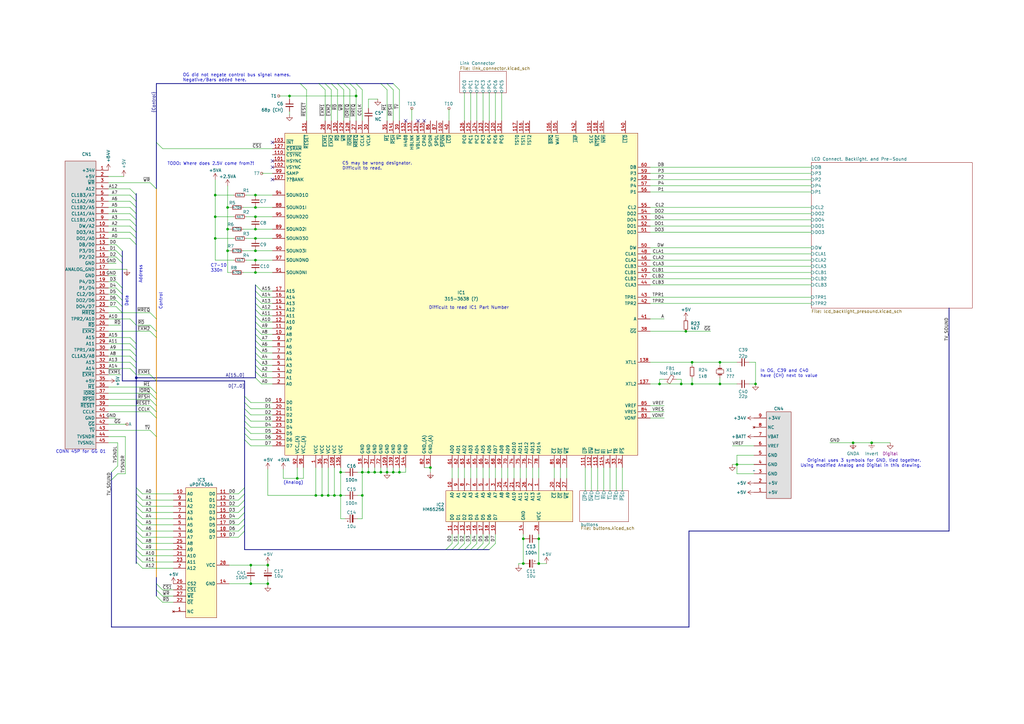
<source format=kicad_sch>
(kicad_sch (version 20230121) (generator eeschema)
  (paper "A3")
  (title_block (rev "1") (comment 1 "bald.ee/bitpreserve") (comment 2 "Drawn by James Lewis (@baldengineer)"))
  (bus_alias "Control" (members "~{RESET}" "~{EXM1}" "~{EXM2}" "~{MREQ}" "~{RFSH}" "~{WR}" "~{RD}" "~{IOREQ}" "~{M1}" "CCLK" "~{TV}" "~{CS1}"))
  (junction (at 121.92 196.215))
  (junction (at 137.16 203.2))
  (junction (at 104.775 111.76))
  (junction (at 220.98 220.98))
  (junction (at 279.4 157.48))
  (junction (at 134.62 203.2))
  (junction (at 132.08 203.2))
  (junction (at 156.21 193.675))
  (junction (at 55.88 154.94))
  (junction (at 151.13 193.675))
  (junction (at 283.845 148.59))
  (junction (at 93.345 85.09))
  (junction (at 214.63 220.98))
  (junction (at 349.885 181.61))
  (junction (at 102.87 231.775))
  (junction (at 109.855 239.395))
  (junction (at 139.7 193.675))
  (junction (at 163.83 193.675))
  (junction (at 153.67 193.675))
  (junction (at 104.775 85.09))
  (junction (at 148.59 193.675))
  (junction (at 309.88 157.48))
  (junction (at 102.87 239.395))
  (junction (at 88.265 80.01))
  (junction (at 93.345 102.87))
  (junction (at 158.75 193.675))
  (junction (at 295.275 148.59))
  (junction (at 148.59 203.2))
  (junction (at 302.26 190.5))
  (junction (at 146.05 39.37))
  (junction (at 283.845 157.48))
  (junction (at 109.855 231.775))
  (junction (at 93.345 93.98))
  (junction (at 357.505 181.61))
  (junction (at 104.775 102.87))
  (junction (at 139.7 203.2))
  (junction (at 104.775 97.79))
  (junction (at 88.265 97.79))
  (junction (at 104.775 80.01))
  (junction (at 129.54 203.2))
  (junction (at 88.265 88.9))
  (junction (at 104.775 88.9))
  (junction (at 161.29 193.675))
  (junction (at 281.305 135.89))
  (junction (at 176.53 191.77))
  (junction (at 220.98 231.14))
  (junction (at 270.51 157.48))
  (junction (at 214.63 231.14))
  (junction (at 295.275 157.48))
  (junction (at 104.775 106.68))
  (junction (at 104.775 93.98))
  (junction (at 118.745 39.37))
  (no_connect (at 173.99 49.53))
  (no_connect (at 171.45 49.53))
  (no_connect (at 111.76 66.04))
  (no_connect (at 166.37 49.53))
  (no_connect (at 111.76 68.58))
  (no_connect (at 111.76 58.42))
  (no_connect (at 111.76 73.66))
  (bus_entry (at 47.625 125.73) (size 2.54 2.54))
  (bus_entry (at 53.34 140.97) (size 2.54 2.54))
  (bus_entry (at 97.79 212.725) (size 2.54 -2.54))
  (bus_entry (at 47.625 100.33) (size 2.54 2.54))
  (bus_entry (at 64.135 239.395) (size 2.54 2.54))
  (bus_entry (at 104.775 154.94) (size 2.54 2.54))
  (bus_entry (at 53.34 148.59) (size 2.54 2.54))
  (bus_entry (at 104.775 137.16) (size 2.54 2.54))
  (bus_entry (at 104.775 127) (size 2.54 2.54))
  (bus_entry (at 104.775 149.86) (size 2.54 2.54))
  (bus_entry (at 185.42 225.425) (size 2.54 -2.54))
  (bus_entry (at 97.79 217.805) (size 2.54 -2.54))
  (bus_entry (at 55.88 225.425) (size 2.54 2.54))
  (bus_entry (at 104.775 124.46) (size 2.54 2.54))
  (bus_entry (at 158.75 34.29) (size 2.54 2.54))
  (bus_entry (at 55.88 212.725) (size 2.54 2.54))
  (bus_entry (at 55.88 222.885) (size 2.54 2.54))
  (bus_entry (at 55.88 207.645) (size 2.54 2.54))
  (bus_entry (at 55.88 220.345) (size 2.54 2.54))
  (bus_entry (at 53.34 151.13) (size 2.54 2.54))
  (bus_entry (at 53.34 77.47) (size 2.54 2.54))
  (bus_entry (at 104.775 139.7) (size 2.54 2.54))
  (bus_entry (at 53.34 90.17) (size 2.54 2.54))
  (bus_entry (at 195.58 225.425) (size 2.54 -2.54))
  (bus_entry (at 53.34 143.51) (size 2.54 2.54))
  (bus_entry (at 100.33 167.64) (size 2.54 2.54))
  (bus_entry (at 61.595 166.37) (size 2.54 2.54))
  (bus_entry (at 53.34 130.81) (size 2.54 2.54))
  (bus_entry (at 64.135 244.475) (size 2.54 2.54))
  (bus_entry (at 198.12 225.425) (size 2.54 -2.54))
  (bus_entry (at 61.595 153.67) (size 2.54 2.54))
  (bus_entry (at 161.29 34.29) (size 2.54 2.54))
  (bus_entry (at 61.595 176.53) (size 2.54 2.54))
  (bus_entry (at 47.625 120.65) (size 2.54 2.54))
  (bus_entry (at 55.88 202.565) (size 2.54 2.54))
  (bus_entry (at 123.19 34.29) (size 2.54 2.54))
  (bus_entry (at 47.625 123.19) (size 2.54 2.54))
  (bus_entry (at 100.33 170.18) (size 2.54 2.54))
  (bus_entry (at 104.775 134.62) (size 2.54 2.54))
  (bus_entry (at 190.5 225.425) (size 2.54 -2.54))
  (bus_entry (at 55.88 210.185) (size 2.54 2.54))
  (bus_entry (at 104.775 129.54) (size 2.54 2.54))
  (bus_entry (at 53.34 92.71) (size 2.54 2.54))
  (bus_entry (at 53.34 82.55) (size 2.54 2.54))
  (bus_entry (at 61.595 74.93) (size 2.54 2.54))
  (bus_entry (at 64.135 58.42) (size 2.54 2.54))
  (bus_entry (at 61.595 135.89) (size 2.54 2.54))
  (bus_entry (at 64.135 241.935) (size 2.54 2.54))
  (bus_entry (at 97.79 210.185) (size 2.54 -2.54))
  (bus_entry (at 104.775 116.84) (size 2.54 2.54))
  (bus_entry (at 53.34 85.09) (size 2.54 2.54))
  (bus_entry (at 100.33 180.34) (size 2.54 2.54))
  (bus_entry (at 104.775 132.08) (size 2.54 2.54))
  (bus_entry (at 61.595 133.35) (size 2.54 2.54))
  (bus_entry (at 104.775 147.32) (size 2.54 2.54))
  (bus_entry (at 156.21 34.29) (size 2.54 2.54))
  (bus_entry (at 61.595 168.91) (size 2.54 2.54))
  (bus_entry (at 97.79 205.105) (size 2.54 -2.54))
  (bus_entry (at 100.33 177.8) (size 2.54 2.54))
  (bus_entry (at 53.34 146.05) (size 2.54 2.54))
  (bus_entry (at 47.625 118.11) (size 2.54 2.54))
  (bus_entry (at 61.595 158.75) (size 2.54 2.54))
  (bus_entry (at 53.34 87.63) (size 2.54 2.54))
  (bus_entry (at 100.33 165.1) (size 2.54 2.54))
  (bus_entry (at 47.625 115.57) (size 2.54 2.54))
  (bus_entry (at 104.775 152.4) (size 2.54 2.54))
  (bus_entry (at 53.34 95.25) (size 2.54 2.54))
  (bus_entry (at 146.05 34.29) (size 2.54 2.54))
  (bus_entry (at 104.775 119.38) (size 2.54 2.54))
  (bus_entry (at 104.775 144.78) (size 2.54 2.54))
  (bus_entry (at 55.88 200.025) (size 2.54 2.54))
  (bus_entry (at 100.33 175.26) (size 2.54 2.54))
  (bus_entry (at 133.35 34.29) (size 2.54 2.54))
  (bus_entry (at 100.33 162.56) (size 2.54 2.54))
  (bus_entry (at 55.88 230.505) (size 2.54 2.54))
  (bus_entry (at 61.595 161.29) (size 2.54 2.54))
  (bus_entry (at 143.51 34.29) (size 2.54 2.54))
  (bus_entry (at 104.775 121.92) (size 2.54 2.54))
  (bus_entry (at 187.96 225.425) (size 2.54 -2.54))
  (bus_entry (at 104.775 142.24) (size 2.54 2.54))
  (bus_entry (at 200.66 225.425) (size 2.54 -2.54))
  (bus_entry (at 55.88 227.965) (size 2.54 2.54))
  (bus_entry (at 55.88 205.105) (size 2.54 2.54))
  (bus_entry (at 100.33 205.105) (size -2.54 2.54))
  (bus_entry (at 97.79 215.265) (size 2.54 -2.54))
  (bus_entry (at 53.34 80.01) (size 2.54 2.54))
  (bus_entry (at 97.79 220.345) (size 2.54 -2.54))
  (bus_entry (at 140.97 34.29) (size 2.54 2.54))
  (bus_entry (at 55.88 217.805) (size 2.54 2.54))
  (bus_entry (at 47.625 105.41) (size 2.54 2.54))
  (bus_entry (at 100.33 172.72) (size 2.54 2.54))
  (bus_entry (at 55.88 215.265) (size 2.54 2.54))
  (bus_entry (at 182.88 225.425) (size 2.54 -2.54))
  (bus_entry (at 97.79 202.565) (size 2.54 -2.54))
  (bus_entry (at 47.625 102.87) (size 2.54 2.54))
  (bus_entry (at 138.43 34.29) (size 2.54 2.54))
  (bus_entry (at 130.81 34.29) (size 2.54 2.54))
  (bus_entry (at 48.26 194.31) (size -2.54 2.54))
  (bus_entry (at 61.595 128.27) (size 2.54 2.54))
  (bus_entry (at 61.595 163.83) (size 2.54 2.54))
  (bus_entry (at 193.04 225.425) (size 2.54 -2.54))
  (bus_entry (at 135.89 34.29) (size 2.54 2.54))
  (bus_entry (at 48.26 191.135) (size -2.54 2.54))
  (bus_entry (at 53.34 97.79) (size 2.54 2.54))
  (bus_entry (at 53.34 138.43) (size 2.54 2.54))
  (bus (pts (xy 104.775 147.32) (xy 104.775 144.78)))
  (bus (pts (xy 55.88 220.345) (xy 55.88 222.885)))
  (bus (pts (xy 64.135 156.21) (xy 64.135 161.29)) (stroke (width 0) (color 221 133 0 1)))
  (bus (pts (xy 64.135 77.47) (xy 64.135 130.81)) (stroke (width 0) (color 221 133 0 1)))
  (wire (pts (xy 156.21 193.675) (xy 158.75 193.675)))
  (wire (pts (xy 309.245 182.88) (xy 300.355 182.88)))
  (wire (pts (xy 295.275 148.59) (xy 295.275 149.86)))
  (wire (pts (xy 137.16 191.77) (xy 137.16 203.2)))
  (wire (pts (xy 93.345 93.98) (xy 93.345 102.87)))
  (wire (pts (xy 247.65 191.77) (xy 247.65 201.295)))
  (wire (pts (xy 58.42 205.105) (xy 71.12 205.105)))
  (wire (pts (xy 104.775 85.09) (xy 111.76 85.09)))
  (bus (pts (xy 55.88 140.97) (xy 55.88 143.51)))
  (bus (pts (xy 282.575 217.805) (xy 389.255 217.805)))
  (wire (pts (xy 44.45 173.99) (xy 52.07 173.99)))
  (wire (pts (xy 266.7 135.89) (xy 281.305 135.89)))
  (wire (pts (xy 218.44 191.77) (xy 218.44 196.215)))
  (wire (pts (xy 93.345 93.98) (xy 94.615 93.98)))
  (wire (pts (xy 158.75 193.675) (xy 161.29 193.675)))
  (wire (pts (xy 139.7 212.725) (xy 139.7 203.2)))
  (wire (pts (xy 44.45 77.47) (xy 53.34 77.47)))
  (wire (pts (xy 88.265 97.79) (xy 88.265 88.9)))
  (wire (pts (xy 44.45 138.43) (xy 53.34 138.43)))
  (wire (pts (xy 102.87 180.34) (xy 111.76 180.34)))
  (bus (pts (xy 50.165 118.11) (xy 50.165 120.65)))
  (wire (pts (xy 146.685 212.725) (xy 148.59 212.725)))
  (wire (pts (xy 266.7 157.48) (xy 270.51 157.48)))
  (wire (pts (xy 44.45 80.01) (xy 53.34 80.01)))
  (wire (pts (xy 266.7 87.63) (xy 332.74 87.63)))
  (wire (pts (xy 109.855 231.775) (xy 109.855 231.14)))
  (wire (pts (xy 107.315 149.86) (xy 111.76 149.86)))
  (wire (pts (xy 139.7 191.77) (xy 139.7 193.675)))
  (wire (pts (xy 161.29 36.83) (xy 161.29 49.53)))
  (wire (pts (xy 107.315 71.12) (xy 111.76 71.12)))
  (bus (pts (xy 55.88 146.05) (xy 55.88 148.59)))
  (wire (pts (xy 302.26 190.5) (xy 302.26 194.31)))
  (wire (pts (xy 151.13 44.45) (xy 151.13 40.64)))
  (bus (pts (xy 55.88 92.71) (xy 55.88 95.25)))
  (bus (pts (xy 64.135 135.89) (xy 64.135 138.43)) (stroke (width 0) (color 221 133 0 1)))
  (wire (pts (xy 139.7 203.2) (xy 141.605 203.2)))
  (bus (pts (xy 55.88 215.265) (xy 55.88 217.805)))
  (wire (pts (xy 104.775 102.87) (xy 111.76 102.87)))
  (wire (pts (xy 44.45 120.65) (xy 47.625 120.65)))
  (bus (pts (xy 100.33 225.425) (xy 182.88 225.425)))
  (wire (pts (xy 44.45 82.55) (xy 53.34 82.55)))
  (wire (pts (xy 148.59 212.725) (xy 148.59 203.2)))
  (wire (pts (xy 220.98 231.14) (xy 224.155 231.14)))
  (wire (pts (xy 44.45 72.39) (xy 50.8 72.39)))
  (bus (pts (xy 55.88 212.725) (xy 55.88 215.265)))
  (wire (pts (xy 93.98 239.395) (xy 102.87 239.395)))
  (wire (pts (xy 100.965 88.9) (xy 104.775 88.9)))
  (wire (pts (xy 295.275 157.48) (xy 302.26 157.48)))
  (bus (pts (xy 55.88 80.01) (xy 55.88 82.55)))
  (wire (pts (xy 107.315 147.32) (xy 111.76 147.32)))
  (wire (pts (xy 279.4 157.48) (xy 283.845 157.48)))
  (bus (pts (xy 55.88 227.965) (xy 55.88 230.505)))
  (bus (pts (xy 55.88 133.35) (xy 55.88 140.97)))
  (wire (pts (xy 58.42 207.645) (xy 71.12 207.645)))
  (wire (pts (xy 58.42 227.965) (xy 71.12 227.965)))
  (bus (pts (xy 104.775 132.08) (xy 104.775 129.54)))
  (wire (pts (xy 93.98 215.265) (xy 97.79 215.265)))
  (wire (pts (xy 58.42 233.045) (xy 71.12 233.045)))
  (wire (pts (xy 203.2 38.1) (xy 203.2 49.53)))
  (wire (pts (xy 307.34 148.59) (xy 309.88 148.59)))
  (bus (pts (xy 100.33 210.185) (xy 100.33 212.725)))
  (wire (pts (xy 93.345 85.09) (xy 94.615 85.09)))
  (wire (pts (xy 58.42 212.725) (xy 71.12 212.725)))
  (wire (pts (xy 88.265 80.01) (xy 88.265 73.66)))
  (bus (pts (xy 104.775 139.7) (xy 104.775 137.16)))
  (bus (pts (xy 64.135 130.81) (xy 64.135 135.89)) (stroke (width 0) (color 221 133 0 1)))
  (wire (pts (xy 266.7 101.6) (xy 332.74 101.6)))
  (bus (pts (xy 50.165 102.87) (xy 50.165 105.41)))
  (bus (pts (xy 50.165 156.21) (xy 64.135 156.21)))
  (wire (pts (xy 44.45 146.05) (xy 53.34 146.05)))
  (bus (pts (xy 104.775 149.86) (xy 104.775 147.32)))
  (bus (pts (xy 64.135 236.855) (xy 64.135 239.395)))
  (wire (pts (xy 107.315 144.78) (xy 111.76 144.78)))
  (wire (pts (xy 104.775 106.68) (xy 111.76 106.68)))
  (wire (pts (xy 200.66 191.77) (xy 200.66 196.215)))
  (wire (pts (xy 214.63 220.98) (xy 214.63 231.14)))
  (wire (pts (xy 210.82 191.77) (xy 210.82 196.215)))
  (bus (pts (xy 64.135 166.37) (xy 64.135 168.91)) (stroke (width 0) (color 221 133 0 1)))
  (wire (pts (xy 214.63 219.075) (xy 214.63 220.98)))
  (wire (pts (xy 100.965 106.68) (xy 104.775 106.68)))
  (wire (pts (xy 148.59 193.675) (xy 148.59 203.2)))
  (bus (pts (xy 100.33 175.26) (xy 100.33 172.72)))
  (bus (pts (xy 104.775 144.78) (xy 104.775 142.24)))
  (wire (pts (xy 141.605 212.725) (xy 139.7 212.725)))
  (bus (pts (xy 55.88 154.94) (xy 55.88 200.025)))
  (bus (pts (xy 55.88 200.025) (xy 55.88 202.565)))
  (wire (pts (xy 195.58 38.1) (xy 195.58 49.53)))
  (wire (pts (xy 93.98 202.565) (xy 97.79 202.565)))
  (wire (pts (xy 139.7 193.675) (xy 139.7 203.2)))
  (bus (pts (xy 140.97 34.29) (xy 143.51 34.29)))
  (bus (pts (xy 182.88 225.425) (xy 185.42 225.425)))
  (wire (pts (xy 139.7 203.2) (xy 137.16 203.2)))
  (wire (pts (xy 44.45 153.67) (xy 49.53 153.67)))
  (wire (pts (xy 156.21 191.77) (xy 156.21 193.675)))
  (wire (pts (xy 134.62 191.77) (xy 134.62 203.2)))
  (wire (pts (xy 58.42 215.265) (xy 71.12 215.265)))
  (wire (pts (xy 148.59 36.83) (xy 148.59 49.53)))
  (wire (pts (xy 229.87 191.77) (xy 229.87 196.215)))
  (wire (pts (xy 93.98 210.185) (xy 97.79 210.185)))
  (bus (pts (xy 104.775 154.94) (xy 104.775 152.4)))
  (wire (pts (xy 44.45 130.81) (xy 53.34 130.81)))
  (wire (pts (xy 93.98 207.645) (xy 97.79 207.645)))
  (wire (pts (xy 242.57 191.77) (xy 242.57 201.295)))
  (wire (pts (xy 245.11 191.77) (xy 245.11 201.295)))
  (wire (pts (xy 99.695 93.98) (xy 104.775 93.98)))
  (wire (pts (xy 148.59 203.2) (xy 146.685 203.2)))
  (wire (pts (xy 44.45 102.87) (xy 47.625 102.87)))
  (wire (pts (xy 138.43 36.83) (xy 138.43 49.53)))
  (wire (pts (xy 118.745 39.37) (xy 146.05 39.37)))
  (wire (pts (xy 213.36 191.77) (xy 213.36 196.215)))
  (wire (pts (xy 107.315 132.08) (xy 111.76 132.08)))
  (wire (pts (xy 88.265 88.9) (xy 88.265 80.01)))
  (wire (pts (xy 44.45 161.29) (xy 61.595 161.29)))
  (wire (pts (xy 93.345 111.76) (xy 94.615 111.76)))
  (wire (pts (xy 309.245 190.5) (xy 302.26 190.5)))
  (wire (pts (xy 195.58 219.075) (xy 195.58 222.885)))
  (wire (pts (xy 93.98 220.345) (xy 97.79 220.345)))
  (bus (pts (xy 143.51 34.29) (xy 146.05 34.29)))
  (wire (pts (xy 99.695 111.76) (xy 104.775 111.76)))
  (bus (pts (xy 104.775 119.38) (xy 104.775 116.84)))
  (wire (pts (xy 44.45 90.17) (xy 53.34 90.17)))
  (wire (pts (xy 107.315 139.7) (xy 111.76 139.7)))
  (wire (pts (xy 190.5 191.77) (xy 190.5 196.215)))
  (wire (pts (xy 56.515 133.35) (xy 61.595 133.35)))
  (wire (pts (xy 153.67 193.675) (xy 156.21 193.675)))
  (wire (pts (xy 161.29 193.675) (xy 163.83 193.675)))
  (wire (pts (xy 266.7 78.74) (xy 332.74 78.74)))
  (bus (pts (xy 146.05 34.29) (xy 156.21 34.29)))
  (wire (pts (xy 133.35 36.83) (xy 133.35 49.53)))
  (wire (pts (xy 104.775 97.79) (xy 111.76 97.79)))
  (wire (pts (xy 190.5 219.075) (xy 190.5 222.885)))
  (wire (pts (xy 270.51 155.575) (xy 270.51 157.48)))
  (wire (pts (xy 184.15 44.45) (xy 184.15 49.53)))
  (wire (pts (xy 44.45 151.13) (xy 53.34 151.13)))
  (wire (pts (xy 93.98 217.805) (xy 97.79 217.805)))
  (wire (pts (xy 220.98 191.77) (xy 220.98 196.215)))
  (wire (pts (xy 266.7 171.45) (xy 272.415 171.45)))
  (wire (pts (xy 107.315 119.38) (xy 111.76 119.38)))
  (wire (pts (xy 66.675 244.475) (xy 71.12 244.475)))
  (wire (pts (xy 146.685 193.675) (xy 148.59 193.675)))
  (wire (pts (xy 93.98 231.775) (xy 102.87 231.775)))
  (wire (pts (xy 132.08 203.2) (xy 129.54 203.2)))
  (bus (pts (xy 100.33 215.265) (xy 100.33 217.805)))
  (wire (pts (xy 93.345 76.2) (xy 93.345 85.09)))
  (wire (pts (xy 250.19 191.77) (xy 250.19 201.295)))
  (wire (pts (xy 121.92 191.77) (xy 121.92 196.215)))
  (wire (pts (xy 44.45 148.59) (xy 53.34 148.59)))
  (wire (pts (xy 198.12 38.1) (xy 198.12 49.53)))
  (wire (pts (xy 44.45 176.53) (xy 61.595 176.53)))
  (wire (pts (xy 283.845 154.94) (xy 283.845 157.48)))
  (wire (pts (xy 44.45 113.03) (xy 47.625 113.03)))
  (wire (pts (xy 44.45 105.41) (xy 47.625 105.41)))
  (wire (pts (xy 266.7 148.59) (xy 283.845 148.59)))
  (wire (pts (xy 44.45 118.11) (xy 47.625 118.11)))
  (wire (pts (xy 100.965 97.79) (xy 104.775 97.79)))
  (wire (pts (xy 88.265 88.9) (xy 95.885 88.9)))
  (wire (pts (xy 140.97 36.83) (xy 140.97 49.53)))
  (wire (pts (xy 193.04 191.77) (xy 193.04 196.215)))
  (wire (pts (xy 266.7 85.09) (xy 332.74 85.09)))
  (wire (pts (xy 102.87 231.775) (xy 109.855 231.775)))
  (bus (pts (xy 100.33 172.72) (xy 100.33 170.18)))
  (wire (pts (xy 102.87 231.775) (xy 102.87 233.045)))
  (bus (pts (xy 100.33 170.18) (xy 100.33 167.64)))
  (wire (pts (xy 295.275 154.94) (xy 295.275 157.48)))
  (wire (pts (xy 266.7 166.37) (xy 272.415 166.37)))
  (wire (pts (xy 44.45 163.83) (xy 61.595 163.83)))
  (bus (pts (xy 100.33 162.56) (xy 100.33 165.1)))
  (wire (pts (xy 295.275 148.59) (xy 302.26 148.59)))
  (bus (pts (xy 389.255 126.365) (xy 389.255 217.805)))
  (bus (pts (xy 50.165 107.95) (xy 50.165 118.11)))
  (wire (pts (xy 255.27 191.77) (xy 255.27 201.295)))
  (wire (pts (xy 44.45 171.45) (xy 47.625 171.45)))
  (wire (pts (xy 185.42 219.075) (xy 185.42 222.885)))
  (wire (pts (xy 349.885 181.61) (xy 357.505 181.61)))
  (bus (pts (xy 55.88 230.505) (xy 55.88 231.14)))
  (wire (pts (xy 227.33 191.77) (xy 227.33 196.215)))
  (bus (pts (xy 100.33 180.34) (xy 100.33 200.025)))
  (bus (pts (xy 104.775 134.62) (xy 104.775 132.08)))
  (wire (pts (xy 50.165 128.27) (xy 61.595 128.27)))
  (wire (pts (xy 198.12 191.77) (xy 198.12 196.215)))
  (wire (pts (xy 116.205 192.405) (xy 116.205 196.215)))
  (wire (pts (xy 129.54 191.77) (xy 129.54 203.2)))
  (bus (pts (xy 55.88 97.79) (xy 55.88 100.33)))
  (wire (pts (xy 107.315 142.24) (xy 111.76 142.24)))
  (wire (pts (xy 104.775 80.01) (xy 111.76 80.01)))
  (wire (pts (xy 107.315 127) (xy 111.76 127)))
  (bus (pts (xy 100.33 180.34) (xy 100.33 177.8)))
  (wire (pts (xy 44.45 168.91) (xy 61.595 168.91)))
  (wire (pts (xy 266.7 73.66) (xy 332.74 73.66)))
  (wire (pts (xy 44.45 100.33) (xy 47.625 100.33)))
  (wire (pts (xy 272.415 155.575) (xy 270.51 155.575)))
  (wire (pts (xy 66.675 247.015) (xy 71.12 247.015)))
  (bus (pts (xy 193.04 225.425) (xy 195.58 225.425)))
  (wire (pts (xy 148.59 191.77) (xy 148.59 193.675)))
  (bus (pts (xy 64.135 239.395) (xy 64.135 241.935)))
  (wire (pts (xy 266.7 124.46) (xy 332.74 124.46)))
  (wire (pts (xy 44.45 135.89) (xy 61.595 135.89)))
  (wire (pts (xy 102.87 170.18) (xy 111.76 170.18)))
  (wire (pts (xy 109.855 231.775) (xy 109.855 233.045)))
  (wire (pts (xy 302.26 186.69) (xy 302.26 190.5)))
  (bus (pts (xy 104.775 137.16) (xy 104.775 134.62)))
  (wire (pts (xy 44.45 143.51) (xy 53.34 143.51)))
  (wire (pts (xy 158.75 36.83) (xy 158.75 49.53)))
  (wire (pts (xy 266.7 168.91) (xy 272.415 168.91)))
  (wire (pts (xy 240.03 191.77) (xy 240.03 201.295)))
  (wire (pts (xy 44.45 95.25) (xy 53.34 95.25)))
  (bus (pts (xy 55.88 90.17) (xy 55.88 92.71)))
  (wire (pts (xy 214.63 220.98) (xy 215.265 220.98)))
  (wire (pts (xy 66.675 241.935) (xy 71.12 241.935)))
  (wire (pts (xy 266.7 95.25) (xy 332.74 95.25)))
  (bus (pts (xy 104.775 152.4) (xy 104.775 149.86)))
  (wire (pts (xy 151.13 191.77) (xy 151.13 193.675)))
  (wire (pts (xy 58.42 217.805) (xy 71.12 217.805)))
  (bus (pts (xy 64.135 156.21) (xy 100.33 156.21)))
  (bus (pts (xy 130.81 34.29) (xy 133.35 34.29)))
  (wire (pts (xy 283.845 148.59) (xy 283.845 149.86)))
  (wire (pts (xy 109.855 192.405) (xy 109.855 203.2)))
  (wire (pts (xy 93.345 85.09) (xy 93.345 93.98)))
  (wire (pts (xy 44.45 125.73) (xy 47.625 125.73)))
  (wire (pts (xy 266.7 104.14) (xy 332.74 104.14)))
  (wire (pts (xy 266.7 109.22) (xy 332.74 109.22)))
  (wire (pts (xy 146.05 36.83) (xy 146.05 39.37)))
  (wire (pts (xy 44.45 97.79) (xy 53.34 97.79)))
  (wire (pts (xy 173.99 191.77) (xy 176.53 191.77)))
  (wire (pts (xy 107.315 121.92) (xy 111.76 121.92)))
  (bus (pts (xy 64.135 34.29) (xy 123.19 34.29)))
  (wire (pts (xy 44.45 140.97) (xy 53.34 140.97)))
  (wire (pts (xy 121.92 196.215) (xy 116.205 196.215)))
  (bus (pts (xy 64.135 58.42) (xy 64.135 77.47)))
  (bus (pts (xy 55.88 154.94) (xy 104.775 154.94)))
  (wire (pts (xy 102.87 238.125) (xy 102.87 239.395)))
  (wire (pts (xy 124.46 196.215) (xy 121.92 196.215)))
  (bus (pts (xy 282.575 257.175) (xy 282.575 217.805)))
  (bus (pts (xy 190.5 225.425) (xy 193.04 225.425)))
  (wire (pts (xy 44.45 92.71) (xy 53.34 92.71)))
  (wire (pts (xy 302.26 190.5) (xy 300.355 190.5)))
  (wire (pts (xy 107.315 152.4) (xy 111.76 152.4)))
  (wire (pts (xy 88.265 106.68) (xy 95.885 106.68)))
  (wire (pts (xy 146.05 39.37) (xy 146.05 49.53)))
  (wire (pts (xy 44.45 166.37) (xy 61.595 166.37)))
  (bus (pts (xy 198.12 225.425) (xy 200.66 225.425)))
  (wire (pts (xy 205.74 191.77) (xy 205.74 196.215)))
  (wire (pts (xy 118.745 39.37) (xy 118.745 40.64)))
  (bus (pts (xy 104.775 142.24) (xy 104.775 139.7)))
  (bus (pts (xy 55.88 82.55) (xy 55.88 85.09)))
  (wire (pts (xy 220.98 220.98) (xy 220.98 231.14)))
  (wire (pts (xy 187.96 191.77) (xy 187.96 196.215)))
  (wire (pts (xy 104.775 111.76) (xy 111.76 111.76)))
  (wire (pts (xy 163.83 191.77) (xy 163.83 193.675)))
  (bus (pts (xy 55.88 222.885) (xy 55.88 225.425)))
  (wire (pts (xy 309.88 148.59) (xy 309.88 157.48)))
  (bus (pts (xy 55.88 153.67) (xy 55.88 154.94)))
  (wire (pts (xy 104.775 93.98) (xy 111.76 93.98)))
  (wire (pts (xy 102.87 177.8) (xy 111.76 177.8)))
  (bus (pts (xy 64.135 168.91) (xy 64.135 171.45)) (stroke (width 0) (color 221 133 0 1)))
  (wire (pts (xy 195.58 191.77) (xy 195.58 196.215)))
  (wire (pts (xy 153.67 191.77) (xy 153.67 193.675)))
  (bus (pts (xy 133.35 34.29) (xy 135.89 34.29)))
  (wire (pts (xy 93.345 102.87) (xy 93.345 111.76)))
  (wire (pts (xy 114.3 39.37) (xy 118.745 39.37)))
  (wire (pts (xy 266.7 71.12) (xy 332.74 71.12)))
  (bus (pts (xy 55.88 85.09) (xy 55.88 87.63)))
  (wire (pts (xy 134.62 203.2) (xy 137.16 203.2)))
  (bus (pts (xy 55.88 202.565) (xy 55.88 205.105)))
  (wire (pts (xy 58.42 210.185) (xy 71.12 210.185)))
  (wire (pts (xy 220.345 220.98) (xy 220.98 220.98)))
  (wire (pts (xy 107.315 154.94) (xy 111.76 154.94)))
  (wire (pts (xy 143.51 36.83) (xy 143.51 49.53)))
  (wire (pts (xy 357.505 181.61) (xy 365.125 181.61)))
  (bus (pts (xy 64.135 161.29) (xy 64.135 163.83)) (stroke (width 0) (color 221 133 0 1)))
  (wire (pts (xy 102.87 172.72) (xy 111.76 172.72)))
  (wire (pts (xy 44.45 115.57) (xy 47.625 115.57)))
  (wire (pts (xy 309.245 186.69) (xy 302.26 186.69)))
  (wire (pts (xy 44.45 110.49) (xy 52.07 110.49)))
  (wire (pts (xy 283.845 157.48) (xy 295.275 157.48)))
  (bus (pts (xy 100.33 212.725) (xy 100.33 215.265)))
  (wire (pts (xy 88.265 80.01) (xy 95.885 80.01)))
  (bus (pts (xy 123.19 34.29) (xy 130.81 34.29)))
  (wire (pts (xy 266.7 111.76) (xy 332.74 111.76)))
  (wire (pts (xy 107.315 137.16) (xy 111.76 137.16)))
  (wire (pts (xy 232.41 191.77) (xy 232.41 196.215)))
  (bus (pts (xy 185.42 225.425) (xy 187.96 225.425)))
  (wire (pts (xy 58.42 225.425) (xy 71.12 225.425)))
  (wire (pts (xy 203.2 191.77) (xy 203.2 196.215)))
  (wire (pts (xy 340.36 181.61) (xy 349.885 181.61)))
  (wire (pts (xy 302.26 194.31) (xy 309.245 194.31)))
  (wire (pts (xy 220.98 231.14) (xy 220.345 231.14)))
  (wire (pts (xy 200.66 219.075) (xy 200.66 222.885)))
  (bus (pts (xy 55.88 79.375) (xy 55.88 80.01)))
  (wire (pts (xy 270.51 157.48) (xy 279.4 157.48)))
  (wire (pts (xy 266.7 90.17) (xy 332.74 90.17)))
  (wire (pts (xy 266.7 116.84) (xy 332.74 116.84)))
  (wire (pts (xy 200.66 38.1) (xy 200.66 49.53)))
  (wire (pts (xy 99.695 102.87) (xy 104.775 102.87)))
  (wire (pts (xy 193.04 219.075) (xy 193.04 222.885)))
  (wire (pts (xy 139.7 193.675) (xy 141.605 193.675)))
  (bus (pts (xy 45.72 257.175) (xy 282.575 257.175)))
  (wire (pts (xy 132.08 203.2) (xy 134.62 203.2)))
  (bus (pts (xy 64.135 163.83) (xy 64.135 166.37)) (stroke (width 0) (color 221 133 0 1)))
  (wire (pts (xy 129.54 203.2) (xy 109.855 203.2)))
  (wire (pts (xy 148.59 193.675) (xy 151.13 193.675)))
  (bus (pts (xy 100.33 205.105) (xy 100.33 207.645)))
  (wire (pts (xy 107.315 134.62) (xy 111.76 134.62)))
  (wire (pts (xy 107.315 157.48) (xy 111.76 157.48)))
  (bus (pts (xy 55.88 87.63) (xy 55.88 90.17)))
  (bus (pts (xy 104.775 127) (xy 104.775 124.46)))
  (wire (pts (xy 118.745 45.72) (xy 118.745 46.99)))
  (bus (pts (xy 187.96 225.425) (xy 190.5 225.425)))
  (wire (pts (xy 214.63 231.14) (xy 215.265 231.14)))
  (wire (pts (xy 58.42 202.565) (xy 71.12 202.565)))
  (bus (pts (xy 100.33 202.565) (xy 100.33 205.105)))
  (bus (pts (xy 64.135 241.935) (xy 64.135 244.475)))
  (bus (pts (xy 50.165 123.19) (xy 50.165 125.73)))
  (wire (pts (xy 132.08 191.77) (xy 132.08 203.2)))
  (wire (pts (xy 44.45 179.07) (xy 51.435 179.07)))
  (wire (pts (xy 252.73 191.77) (xy 252.73 201.295)))
  (wire (pts (xy 44.45 85.09) (xy 53.34 85.09)))
  (wire (pts (xy 100.965 80.01) (xy 104.775 80.01)))
  (wire (pts (xy 58.42 230.505) (xy 71.12 230.505)))
  (bus (pts (xy 100.33 177.8) (xy 100.33 175.26)))
  (wire (pts (xy 266.7 130.81) (xy 272.415 130.81)))
  (wire (pts (xy 44.45 128.27) (xy 50.165 128.27)))
  (bus (pts (xy 138.43 34.29) (xy 140.97 34.29)))
  (bus (pts (xy 64.135 34.29) (xy 64.135 58.42)))
  (wire (pts (xy 168.91 44.45) (xy 168.91 49.53)))
  (wire (pts (xy 158.75 191.77) (xy 158.75 193.675)))
  (wire (pts (xy 266.7 106.68) (xy 332.74 106.68)))
  (wire (pts (xy 48.26 181.61) (xy 48.26 191.135)))
  (wire (pts (xy 205.74 38.1) (xy 205.74 49.53)))
  (wire (pts (xy 135.89 36.83) (xy 135.89 49.53)))
  (wire (pts (xy 151.13 193.675) (xy 153.67 193.675)))
  (wire (pts (xy 266.7 121.92) (xy 332.74 121.92)))
  (bus (pts (xy 55.88 100.33) (xy 55.88 133.35)))
  (wire (pts (xy 281.305 135.89) (xy 291.465 135.89)))
  (wire (pts (xy 102.87 165.1) (xy 111.76 165.1)))
  (bus (pts (xy 55.88 143.51) (xy 55.88 146.05)))
  (wire (pts (xy 190.5 38.1) (xy 190.5 49.53)))
  (bus (pts (xy 55.88 148.59) (xy 55.88 151.13)))
  (wire (pts (xy 93.98 212.725) (xy 97.79 212.725)))
  (wire (pts (xy 266.7 68.58) (xy 332.74 68.58)))
  (wire (pts (xy 279.4 155.575) (xy 279.4 157.48)))
  (wire (pts (xy 102.87 239.395) (xy 109.855 239.395)))
  (wire (pts (xy 104.775 88.9) (xy 111.76 88.9)))
  (bus (pts (xy 45.72 193.675) (xy 45.72 196.85)))
  (wire (pts (xy 107.315 124.46) (xy 111.76 124.46)))
  (wire (pts (xy 212.725 231.14) (xy 214.63 231.14)))
  (wire (pts (xy 48.26 194.31) (xy 51.435 194.31)))
  (wire (pts (xy 88.265 106.68) (xy 88.265 97.79)))
  (bus (pts (xy 55.88 151.13) (xy 55.88 153.67)))
  (wire (pts (xy 163.83 36.83) (xy 163.83 49.53)))
  (wire (pts (xy 107.315 129.54) (xy 111.76 129.54)))
  (wire (pts (xy 266.7 76.2) (xy 332.74 76.2)))
  (wire (pts (xy 176.53 191.77) (xy 176.53 193.675)))
  (bus (pts (xy 100.33 207.645) (xy 100.33 210.185)))
  (wire (pts (xy 102.87 167.64) (xy 111.76 167.64)))
  (bus (pts (xy 50.165 128.27) (xy 50.165 156.21)))
  (wire (pts (xy 212.725 231.775) (xy 212.725 231.14)))
  (wire (pts (xy 56.515 153.67) (xy 61.595 153.67)))
  (wire (pts (xy 220.98 219.075) (xy 220.98 220.98)))
  (wire (pts (xy 58.42 220.345) (xy 71.12 220.345)))
  (bus (pts (xy 55.88 210.185) (xy 55.88 212.725)))
  (wire (pts (xy 109.855 238.125) (xy 109.855 239.395)))
  (bus (pts (xy 50.165 120.65) (xy 50.165 123.19)))
  (bus (pts (xy 55.88 217.805) (xy 55.88 220.345)))
  (wire (pts (xy 161.29 191.77) (xy 161.29 193.675)))
  (wire (pts (xy 44.45 123.19) (xy 47.625 123.19)))
  (bus (pts (xy 100.33 167.64) (xy 100.33 165.1)))
  (wire (pts (xy 193.04 38.1) (xy 193.04 49.53)))
  (bus (pts (xy 50.165 125.73) (xy 50.165 128.27)))
  (wire (pts (xy 51.435 179.07) (xy 51.435 194.31)))
  (wire (pts (xy 266.7 92.71) (xy 332.74 92.71)))
  (wire (pts (xy 44.45 158.75) (xy 61.595 158.75)))
  (wire (pts (xy 208.28 191.77) (xy 208.28 196.215)))
  (bus (pts (xy 64.135 138.43) (xy 64.135 156.21)) (stroke (width 0) (color 221 133 0 1)))
  (wire (pts (xy 109.855 239.395) (xy 109.855 240.03)))
  (wire (pts (xy 102.87 175.26) (xy 111.76 175.26)))
  (wire (pts (xy 283.845 148.59) (xy 295.275 148.59)))
  (bus (pts (xy 195.58 225.425) (xy 198.12 225.425)))
  (bus (pts (xy 104.775 129.54) (xy 104.775 127)))
  (bus (pts (xy 50.165 105.41) (xy 50.165 107.95)))
  (wire (pts (xy 44.45 74.93) (xy 61.595 74.93)))
  (bus (pts (xy 135.89 34.29) (xy 138.43 34.29)))
  (wire (pts (xy 125.73 36.83) (xy 125.73 49.53)))
  (wire (pts (xy 266.7 114.3) (xy 332.74 114.3)))
  (bus (pts (xy 100.33 200.025) (xy 100.33 202.565)))
  (bus (pts (xy 104.775 121.92) (xy 104.775 119.38)))
  (wire (pts (xy 88.265 97.79) (xy 95.885 97.79)))
  (wire (pts (xy 58.42 222.885) (xy 71.12 222.885)))
  (bus (pts (xy 55.88 207.645) (xy 55.88 210.185)))
  (bus (pts (xy 64.135 171.45) (xy 64.135 179.07)) (stroke (width 0) (color 221 133 0 1)))
  (wire (pts (xy 151.13 40.64) (xy 154.94 40.64)))
  (bus (pts (xy 45.72 196.85) (xy 45.72 257.175)))
  (wire (pts (xy 198.12 219.075) (xy 198.12 222.885)))
  (wire (pts (xy 124.46 191.77) (xy 124.46 196.215)))
  (wire (pts (xy 309.88 157.48) (xy 307.34 157.48)))
  (wire (pts (xy 215.9 191.77) (xy 215.9 196.215)))
  (wire (pts (xy 203.2 219.075) (xy 203.2 222.885)))
  (wire (pts (xy 44.45 181.61) (xy 48.26 181.61)))
  (bus (pts (xy 64.135 179.07) (xy 64.135 236.855)) (stroke (width 0) (color 221 133 0 1)))
  (bus (pts (xy 55.88 205.105) (xy 55.88 207.645)))
  (wire (pts (xy 166.37 193.675) (xy 166.37 191.77)))
  (wire (pts (xy 93.345 102.87) (xy 94.615 102.87)))
  (wire (pts (xy 187.96 219.075) (xy 187.96 222.885)))
  (wire (pts (xy 185.42 191.77) (xy 185.42 196.215)))
  (bus (pts (xy 158.75 34.29) (xy 161.29 34.29)))
  (wire (pts (xy 44.45 107.95) (xy 47.625 107.95)))
  (wire (pts (xy 44.45 87.63) (xy 53.34 87.63)))
  (bus (pts (xy 156.21 34.29) (xy 158.75 34.29)))
  (wire (pts (xy 93.98 205.105) (xy 97.79 205.105)))
  (wire (pts (xy 277.495 155.575) (xy 279.4 155.575)))
  (wire (pts (xy 44.45 133.35) (xy 49.53 133.35)))
  (wire (pts (xy 66.675 60.96) (xy 111.76 60.96)))
  (bus (pts (xy 104.775 124.46) (xy 104.775 121.92)))
  (wire (pts (xy 99.695 85.09) (xy 104.775 85.09)))
  (bus (pts (xy 100.33 156.21) (xy 100.33 162.56)))
  (wire (pts (xy 102.87 182.88) (xy 111.76 182.88)))
  (bus (pts (xy 55.88 225.425) (xy 55.88 227.965)))
  (wire (pts (xy 163.83 193.675) (xy 166.37 193.675)))
  (bus (pts (xy 100.33 217.805) (xy 100.33 225.425)))
  (bus (pts (xy 55.88 95.25) (xy 55.88 97.79)))
  (text "TODO: Where does 2.5V come from?!" (at 68.58 67.945 0) (effects (font (size 1.27 1.27)) (justify left bottom)))
  (text "Address" (at 58.42 116.205 90) (effects (font (size 1.27 1.27)) (justify left bottom)))
  (text "In OG, C39 and C40\nhave (CH) next to value" (at 311.785 154.94 0) (effects (font (size 1.27 1.27)) (justify left bottom)))
  (text "Control" (at 66.675 127 90) (effects (font (size 1.27 1.27)) (justify left bottom)))
  (text "CONN 45P for GG 01" (at 22.86 186.055 0) (effects (font (size 1.27 1.27)) (justify left bottom)))
  (text "Difficult to read IC1 Part Number" (at 175.895 127 0) (effects (font (size 1.27 1.27)) (justify left bottom)))
  (text "C7-10\n330n" (at 86.36 111.76 0) (effects (font (size 1.27 1.27)) (justify left bottom)))
  (text "Original uses 3 symbols for GND, tied together.\nUsing modified Analog and Digital in this drawing." (at 377.825 191.77 0) (effects (font (size 1.27 1.27)) (justify right bottom)))
  (text "Data" (at 52.705 125.73 90) (effects (font (size 1.27 1.27)) (justify left bottom)))
  (text "OG did not negate control bus signal names.\nNegative/Bars added here." (at 74.93 33.655 0) (effects (font (size 1.27 1.27)) (justify left bottom)))
  (text "(Analog)" (at 116.205 198.755 0) (effects (font (size 1.27 1.27)) (justify left bottom)))
  (text "C5 may be wrong designator. \nDifficult to read." (at 140.335 69.85 0) (effects (font (size 1.27 1.27)) (justify left bottom)))
  (label "~{CS1}" (at 66.675 241.935 0))
  (label "D1" (at 187.96 222.25 90))
  (label "A9" (at 107.315 134.62 0))
  (label "CLB1" (at 272.415 111.76 180))
  (label "A15" (at 107.315 119.38 0))
  (label "A10" (at 48.26 130.81 180))
  (label "D4" (at 96.52 212.725 180))
  (label "CLB2" (at 272.415 114.3 180))
  (label "D1" (at 47.625 102.87 180))
  (label "~{WR}" (at 66.675 244.475 0))
  (label "DO4" (at 272.415 90.17 180))
  (label "D4" (at 47.625 118.11 180))
  (label "A2" (at 59.69 207.645 0))
  (label "~{RESET}" (at 125.73 41.91 270))
  (label "A2" (at 107.315 152.4 0))
  (label "~{GG}" (at 49.53 173.99 180))
  (label "A4" (at 107.315 147.32 0))
  (label "GND" (at 47.625 107.95 180))
  (label "D6" (at 96.52 217.805 180))
  (label "TV_SOUND" (at 389.255 130.175 270))
  (label "D3" (at 96.52 210.185 180))
  (label "~{GG}" (at 291.465 135.89 180))
  (label "D5" (at 198.12 222.25 90))
  (label "~{CS1}" (at 103.505 60.96 0))
  (label "D5" (at 47.625 120.65 180))
  (label "A1" (at 59.69 205.105 0))
  (label "A7" (at 59.69 220.345 0))
  (label "VREF" (at 272.415 166.37 180))
  (label "A9" (at 59.69 225.425 0))
  (label "A5" (at 59.69 215.265 0))
  (label "GND" (at 47.625 113.03 180))
  (label "D2" (at 47.625 105.41 180))
  (label "A11" (at 48.26 140.97 180))
  (label "~{EXM1}" (at 133.35 42.545 270))
  (label "GND" (at 47.625 171.45 180))
  (label "D2" (at 190.5 222.25 90))
  (label "A3" (at 107.315 149.86 0))
  (label "A[15..0]" (at 100.33 154.94 180))
  (label "A2" (at 48.26 92.71 180))
  (label "D3" (at 108.585 172.72 0))
  (label "~{RD}" (at 66.675 247.015 0))
  (label "A12" (at 107.315 127 0))
  (label "VONF" (at 272.415 171.45 180))
  (label "TVSNDL" (at 48.26 182.88 270))
  (label "A14" (at 107.315 121.92 0))
  (label "P4" (at 272.415 76.2 180))
  (label "A0" (at 59.69 202.565 0))
  (label "~{TV}" (at 61.595 176.53 180))
  (label "TV_SOUND" (at 45.72 193.675 270))
  (label "D[7..0]" (at 100.33 159.385 180))
  (label "P3" (at 272.415 71.12 180))
  (label "~{MREQ}" (at 146.05 42.545 270))
  (label "CCLK" (at 61.595 168.91 180))
  (label "~{RD}" (at 56.515 133.35 0))
  (label "A8" (at 59.69 222.885 0))
  (label "~{EXM1}" (at 49.53 153.67 180))
  (label "D4" (at 195.58 222.25 90))
  (label "D7" (at 203.2 222.25 90))
  (label "VREF" (at 300.355 182.88 0))
  (label "A" (at 272.415 130.81 180))
  (label "DO3" (at 272.415 95.25 180))
  (label "A13" (at 107.315 124.46 0))
  (label "A3" (at 59.69 210.185 0))
  (label "A6" (at 107.315 142.24 0))
  (label "A1" (at 107.315 154.94 0))
  (label "A8" (at 47.625 146.05 180))
  (label "~{TV}" (at 163.83 42.545 270))
  (label "DO2" (at 272.415 87.63 180))
  (label "D1" (at 96.52 205.105 180))
  (label "~{RFSH}" (at 61.595 163.83 180))
  (label "D7" (at 96.52 220.345 180))
  (label "A6" (at 48.26 82.55 180))
  (label "A5" (at 107.315 144.78 0))
  (label "~{WR}" (at 61.595 74.93 180))
  (label "DB" (at 272.415 68.58 180))
  (label "A15" (at 48.26 138.43 180))
  (label "~{EXM1}" (at 56.515 153.67 0))
  (label "D5" (at 108.585 177.8 0))
  (label "D2" (at 108.585 170.18 0))
  (label "~{RESET}" (at 61.595 166.37 180))
  (label "D4" (at 108.585 175.26 0))
  (label "DO1" (at 272.415 92.71 180))
  (label "A12" (at 59.69 233.045 0))
  (label "TVSNDR" (at 51.435 186.69 270))
  (label "~{IOREQ}" (at 143.51 42.545 270))
  (label "~{M1}" (at 61.595 158.75 180))
  (label "~{WR}" (at 140.97 42.545 270))
  (label "D7" (at 47.625 125.73 180))
  (label "D6" (at 47.625 123.19 180))
  (label "A5" (at 48.26 85.09 180))
  (label "~{RFSH}" (at 161.29 42.545 270))
  (label "D0" (at 47.625 100.33 180))
  (label "A0" (at 107.315 157.48 0))
  (label "D3" (at 193.04 222.25 90))
  (label "A0" (at 48.26 97.79 180))
  (label "~{EXM2}" (at 61.595 135.89 180))
  (label "A14" (at 48.26 151.13 180))
  (label "A11" (at 59.69 230.505 0))
  (label "DW" (at 272.415 101.6 180))
  (label "CLA1" (at 272.415 104.14 180))
  (label "CLB3" (at 272.415 116.84 180))
  (label "A4" (at 59.69 212.725 0))
  (label "TPR2" (at 272.415 124.46 180))
  (label "P1" (at 272.415 78.74 180))
  (label "~{IORQ}" (at 61.595 161.29 180))
  (label "A10" (at 59.69 227.965 0))
  (label "TPR1" (at 272.415 121.92 180))
  (label "~{RD}" (at 49.53 133.35 180))
  (label "D2" (at 96.52 207.645 180))
  (label "D0" (at 185.42 222.25 90))
  (label "D1" (at 108.585 167.64 0))
  (label "CL2" (at 272.415 85.09 180))
  (label "A11" (at 107.315 129.54 0))
  (label "A13" (at 48.26 148.59 180))
  (label "A3" (at 48.26 90.17 180))
  (label "A12" (at 48.26 77.47 180))
  (label "CLA3" (at 272.415 109.22 180))
  (label "~{EXM2}" (at 135.89 42.545 270))
  (label "A8" (at 107.315 137.16 0))
  (label "~{MREQ}" (at 61.595 128.27 180))
  (label "A10" (at 107.315 132.08 0))
  (label "D6" (at 200.66 222.25 90))
  (label "CLA2" (at 272.415 106.68 180))
  (label "D7" (at 108.585 182.88 0))
  (label "A9" (at 47.625 143.51 180))
  (label "D3" (at 47.625 115.57 180))
  (label "P2" (at 272.415 73.66 180))
  (label "GND" (at 340.36 181.61 0))
  (label "D6" (at 108.585 180.34 0))
  (label "A4" (at 48.26 87.63 180))
  (label "VRES" (at 272.415 168.91 180))
  (label "~{M1}" (at 158.75 42.545 270))
  (label "D0" (at 96.52 202.565 180))
  (label "A7" (at 107.315 139.7 0))
  (label "A1" (at 48.26 95.25 180))
  (label "A7" (at 48.26 80.01 180))
  (label "~{RD}" (at 138.43 42.545 270))
  (label "CCLK" (at 148.59 42.545 270))
  (label "D5" (at 96.52 215.265 180))
  (label "D0" (at 108.585 165.1 0))
  (label "A6" (at 59.69 217.805 0))
  (label "{Control}" (at 64.135 37.465 270))
  (symbol (lib_id "Device:C_Small") (at 104.775 91.44 0) (mirror y) (unit 1)
    (property "Reference" "C8" (at 107.95 91.44 0))
    (property "Value" "100n" (effects hide))
  )
  (symbol (lib_id "Device:C_Polarized_Small") (at 109.855 235.585 0) (unit 1)
    (property "Reference" "C17" (at 114.3 234.315 0))
    (property "Value" "10u" (at 114.3 236.22 0))
  )
  (symbol (lib_id "Game Gear Symbol Library:uPD4364G") (at 82.55 226.695 0) (unit 1)
    (property "Reference" "IC3" (at 82.55 196.85 0))
    (property "Value" "uPDF4364" (at 82.55 198.755 0))
  )
  (symbol (lib_id "power:+5V") (at 109.855 192.405 0) (unit 1)
    (property "Reference" "#PWR026" (effects hide))
    (property "Value" "+5V" (at 109.855 188.595 0))
  )
  (symbol (lib_id "Device:R_Small") (at 97.155 102.87 90) (unit 1)
    (property "Reference" "R7" (at 94.615 100.965 90))
    (property "Value" "470k" (at 97.155 102.87 90) (effects (font (size 1 1))))
  )
  (symbol (lib_id "Device:C_Small") (at 104.775 109.22 0) (mirror y) (unit 1)
    (property "Reference" "C10" (at 108.585 109.22 0))
    (property "Value" "100n" (effects hide))
  )
  (symbol (lib_id "power:+5V") (at 224.155 231.14 0) (unit 1)
    (property "Reference" "#PWR030" (effects hide))
    (property "Value" "+5V" (at 224.155 227.33 0))
  )
  (symbol (lib_id "Device:FerriteBead_Small") (at 274.955 155.575 270) (unit 1)
    (property "Reference" "FB1" (at 274.955 151.13 90))
    (property "Value" "Not Used" (at 274.955 153.035 90))
  )
  (symbol (lib_id "Game Gear Symbol Library:Conn_45P_GG") (at 33.02 124.46 0) (unit 1)
    (property "Reference" "CN1" (at 35.56 63.246 0))
    (property "Value" "~" (at 44.45 64.77 0))
  )
  (symbol (lib_id "power:+5V") (at 309.245 201.93 90) (mirror x) (unit 1)
    (property "Reference" "#PWR02" (effects hide))
    (property "Value" "+5V" (at 306.07 201.93 90) (effects (justify left)))
  )
  (symbol (lib_id "Connector:TestPoint_Small") (at 107.315 71.12 0) (unit 1)
    (property "Reference" "T7" (at 104.14 71.12 0) (effects (justify left)))
    (property "Value" "TestPoint_Small" (effects hide))
  )
  (symbol (lib_id "Device:R_Small") (at 281.305 133.35 0) (unit 1)
    (property "Reference" "R23" (at 283.21 132.715 0) (effects (justify left)))
    (property "Value" "4k7" (at 283.21 134.62 0) (effects (justify left)))
  )
  (symbol (lib_id "power:GND") (at 212.725 231.775 0) (unit 1)
    (property "Reference" "#PWR029" (effects hide))
    (property "Value" "GND" (effects hide))
  )
  (symbol (lib_id "Device:C_Small") (at 104.775 100.33 0) (mirror y) (unit 1)
    (property "Reference" "C9" (at 107.95 100.33 0))
    (property "Value" "100n" (effects hide))
  )
  (symbol (lib_id "Game Gear Symbol Library:+34V") (at 44.45 69.85 0) (unit 1)
    (property "Reference" "#PWR06" (effects hide))
    (property "Value" "+34V" (at 44.45 66.675 90) (effects (justify left)))
  )
  (symbol (lib_id "Game Gear Symbol Library:GNDA") (at 52.07 110.49 0) (unit 1)
    (property "Reference" "#PWR043" (effects hide))
    (property "Value" "GNDA" (effects hide))
  )
  (symbol (lib_id "Game Gear Symbol Library:Invert") (at 357.505 181.61 0) (unit 1)
    (property "Reference" "#PWR023" (effects hide))
    (property "Value" "Invert" (at 357.505 186.055 0))
  )
  (symbol (lib_id "power:+5V") (at 44.45 156.21 270) (unit 1)
    (property "Reference" "#PWR045" (effects hide))
    (property "Value" "+5V" (at 48.26 154.305 0) (effects (justify left)))
  )
  (symbol (lib_id "Game Gear Symbol Library:HM65256BLFP-12") (at 209.55 207.645 0) (unit 1)
    (property "Reference" "IC2" (at 182.245 207.01 0) (effects (justify right)))
    (property "Value" "HM65256" (at 177.8 208.915 0))
  )
  (symbol (lib_id "power:+5V") (at 50.8 72.39 0) (unit 1)
    (property "Reference" "#PWR07" (effects hide))
    (property "Value" "+5V" (at 50.8 69.215 90) (effects (justify left)))
  )
  (symbol (lib_id "power:GND") (at 309.88 157.48 0) (unit 1)
    (property "Reference" "#PWR022" (effects hide))
    (property "Value" "GND" (effects hide))
    (property "Field4" "Digital" (effects hide))
  )
  (symbol (lib_id "Device:C_Small") (at 144.145 203.2 270) (mirror x) (unit 1)
    (property "Reference" "C15" (at 144.145 200.66 90))
    (property "Value" "100n" (at 144.145 206.375 90))
  )
  (symbol (lib_id "Device:C_Polarized_Small") (at 144.145 212.725 90) (unit 1)
    (property "Reference" "C14" (at 144.145 210.185 90))
    (property "Value" "10u" (at 144.145 215.9 90))
  )
  (symbol (lib_id "Game Gear Symbol Library:GG_Custom_Chip") (at 189.23 120.65 0) (unit 1)
    (property "Reference" "IC1" (at 189.23 120.015 0))
    (property "Value" "315-3638 (?)" (at 189.23 122.555 0))
  )
  (symbol (lib_id "Game Gear Symbol Library:Wire_9P_GG") (at 319.405 186.69 0) (mirror x) (unit 1)
    (property "Reference" "CN4" (at 319.405 167.64 0))
    (property "Value" "~" (at 309.245 193.04 0))
  )
  (symbol (lib_id "Connector:TestPoint_Small") (at 114.3 39.37 0) (unit 1)
    (property "Reference" "T1" (at 111.125 39.37 0) (effects (justify left)))
    (property "Value" "TestPoint_Small" (effects hide))
  )
  (symbol (lib_id "Device:R_Small") (at 98.425 88.9 90) (unit 1)
    (property "Reference" "R2" (at 100.965 86.995 90))
    (property "Value" "4k7" (at 98.425 88.9 90) (effects (font (size 1 1))))
  )
  (symbol (lib_id "power:+5V") (at 109.855 231.14 0) (unit 1)
    (property "Reference" "#PWR032" (effects hide))
    (property "Value" "+5V" (at 109.855 227.33 0))
  )
  (symbol (lib_id "power:+BATT") (at 309.245 179.07 90) (mirror x) (unit 1)
    (property "Reference" "#PWR04" (effects hide))
    (property "Value" "+BATT" (at 306.07 179.07 90) (effects (justify left)))
  )
  (symbol (lib_id "power:+5V") (at 281.305 130.81 0) (unit 1)
    (property "Reference" "#PWR024" (effects hide))
    (property "Value" "+5V" (at 281.305 127 0))
  )
  (symbol (lib_name "GNDA_1") (lib_id "power:GNDA") (at 349.885 181.61 0) (unit 1)
    (property "Reference" "#PWR021" (effects hide))
    (property "Value" "GNDA" (at 349.885 186.055 0))
  )
  (symbol (lib_id "Device:R_Small") (at 97.155 85.09 90) (unit 1)
    (property "Reference" "R5" (at 95.25 83.185 90))
    (property "Value" "470k" (at 97.155 85.09 90) (effects (font (size 1 1))))
  )
  (symbol (lib_id "Device:R_Small") (at 97.155 93.98 90) (unit 1)
    (property "Reference" "R6" (at 94.615 92.075 90))
    (property "Value" "470k" (at 97.155 93.98 90) (effects (font (size 1 1))))
  )
  (symbol (lib_id "Device:C_Small") (at 304.8 157.48 270) (unit 1)
    (property "Reference" "C40" (at 304.8 160.655 90))
    (property "Value" "22p" (at 304.8 162.56 90))
  )
  (symbol (lib_id "power:+5V") (at 309.245 198.12 90) (mirror x) (unit 1)
    (property "Reference" "#PWR01" (effects hide))
    (property "Value" "+5V" (at 306.07 198.12 90) (effects (justify left)))
  )
  (symbol (lib_id "power:GND") (at 154.94 40.64 0) (unit 1)
    (property "Reference" "#PWR09" (effects hide))
    (property "Value" "GND" (effects hide))
  )
  (symbol (lib_id "Device:C_Small") (at 118.745 43.18 0) (mirror y) (unit 1)
    (property "Reference" "C6" (at 116.205 42.5513 0) (effects (justify left)))
    (property "Value" "68p (CH)" (at 116.205 45.0913 0) (effects (justify left)))
  )
  (symbol (lib_id "Device:R_Small") (at 98.425 97.79 90) (unit 1)
    (property "Reference" "R3" (at 100.965 95.885 90))
    (property "Value" "4k7" (at 98.425 97.79 90) (effects (font (size 1 1))))
  )
  (symbol (lib_id "power:GND") (at 300.355 190.5 0) (mirror y) (unit 1)
    (property "Reference" "#PWR03" (effects hide))
    (property "Value" "GND" (effects hide))
  )
  (symbol (lib_id "Device:C_Small") (at 151.13 46.99 0) (unit 1)
    (property "Reference" "C5*" (at 153.67 46.3613 0) (effects (justify left)))
    (property "Value" "NC" (at 153.67 48.9013 0) (effects (justify left)))
  )
  (symbol (lib_id "Device:C_Small") (at 217.805 220.98 270) (mirror x) (unit 1)
    (property "Reference" "C13" (at 217.805 224.155 90))
    (property "Value" "100n" (at 217.805 226.695 90))
  )
  (symbol (lib_id "Game Gear Symbol Library:GNDA") (at 176.53 193.675 0) (unit 1)
    (property "Reference" "#PWR028" (effects hide))
    (property "Value" "GNDA" (effects hide))
  )
  (symbol (lib_id "Device:C_Small") (at 144.145 193.675 270) (mirror x) (unit 1)
    (property "Reference" "C16" (at 144.145 191.135 90))
    (property "Value" "100n" (at 144.145 196.85 90))
  )
  (symbol (lib_id "Device:R_Small") (at 283.845 152.4 0) (unit 1)
    (property "Reference" "R24" (at 286.385 151.765 0) (effects (justify left)))
    (property "Value" "1k8" (at 286.385 154.305 0) (effects (justify left)))
  )
  (symbol (lib_id "Game Gear Symbol Library:+34V") (at 309.245 171.45 90) (mirror x) (unit 1)
    (property "Reference" "#PWR05" (effects hide))
    (property "Value" "+34V" (at 306.07 171.45 90) (effects (justify left)))
  )
  (symbol (lib_id "power:GND") (at 118.745 46.99 0) (unit 1)
    (property "Reference" "#PWR044" (effects hide))
    (property "Value" "GND" (effects hide))
  )
  (symbol (lib_id "Device:Crystal_Small") (at 295.275 152.4 90) (unit 1)
    (property "Reference" "X1" (at 297.815 151.765 90) (effects (justify right)))
    (property "Value" "???" (at 297.815 154.305 90) (effects (justify right)))
  )
  (symbol (lib_id "Connector:TestPoint_Small") (at 168.91 44.45 0) (unit 1)
    (property "Reference" "T13" (at 167.005 42.545 0) (effects (justify left)))
    (property "Value" "TestPoint_Small" (effects hide))
  )
  (symbol (lib_id "power:GND") (at 109.855 240.03 0) (unit 1)
    (property "Reference" "#PWR031" (effects hide))
    (property "Value" "GND" (effects hide))
  )
  (symbol (lib_id "power:GND") (at 158.75 193.675 0) (unit 1)
    (property "Reference" "#PWR027" (effects hide))
    (property "Value" "GND" (effects hide))
  )
  (symbol (lib_id "Device:C_Small") (at 104.775 82.55 0) (mirror y) (unit 1)
    (property "Reference" "C7" (at 107.95 82.55 0))
    (property "Value" "100n" (effects hide))
  )
  (symbol (lib_id "Connector:TestPoint_Small") (at 184.15 44.45 0) (unit 1)
    (property "Reference" "T10" (at 182.245 42.545 0) (effects (justify left)))
    (property "Value" "TestPoint_Small" (effects hide))
  )
  (symbol (lib_id "power:GND") (at 365.125 181.61 0) (unit 1)
    (property "Reference" "#PWR08" (effects hide))
    (property "Value" "GND" (effects hide))
    (property "Field4" "Digital" (at 365.125 186.055 0))
  )
  (symbol (lib_id "Device:C_Small") (at 102.87 235.585 0) (mirror y) (unit 1)
    (property "Reference" "C41" (at 99.06 234.95 0))
    (property "Value" "100n" (at 99.06 236.855 0))
  )
  (symbol (lib_id "Game Gear Symbol Library:+2.5V") (at 93.345 76.2 0) (unit 1)
    (property "Reference" "#PWR034" (effects hide))
    (property "Value" "+2.5V" (at 93.345 72.39 0))
  )
  (symbol (lib_id "Device:C_Small") (at 304.8 148.59 270) (mirror x) (unit 1)
    (property "Reference" "C39" (at 304.7937 143.51 90))
    (property "Value" "22p" (at 304.7937 146.05 90))
  )
  (symbol (lib_id "power:+5VA") (at 116.205 192.405 0) (unit 1)
    (property "Reference" "#PWR025" (effects hide))
    (property "Value" "+5VA" (at 116.205 188.595 0))
  )
  (symbol (lib_id "Connector:TestPoint_Small") (at 52.07 173.99 180) (unit 1)
    (property "Reference" "A" (at 53.975 173.99 0) (effects (justify left)))
    (property "Value" "TestPoint_Small" (effects hide))
  )
  (symbol (lib_id "Device:R_Small") (at 98.425 106.68 90) (unit 1)
    (property "Reference" "R4" (at 100.965 104.775 90))
    (property "Value" "4k7" (at 98.425 106.68 90) (effects (font (size 1 1))))
  )
  (symbol (lib_id "Device:R_Small") (at 97.155 111.76 90) (unit 1)
    (property "Reference" "R8" (at 95.885 109.855 90))
    (property "Value" "470k" (at 97.155 111.76 90) (effects (font (size 1 1))))
  )
  (symbol (lib_id "Device:C_Polarized_Small") (at 217.805 231.14 270) (unit 1)
    (property "Reference" "C11" (at 217.805 234.315 90))
    (property "Value" "10u" (at 217.805 236.22 90))
  )
  (symbol (lib_id "power:+5VA") (at 88.265 73.66 0) (unit 1)
    (property "Reference" "#PWR033" (effects hide))
    (property "Value" "+5VA" (at 88.265 69.85 0))
  )
  (symbol (lib_id "Device:R_Small") (at 98.425 80.01 90) (unit 1)
    (property "Reference" "R1" (at 100.965 78.105 90))
    (property "Value" "4k7" (at 98.425 80.01 90) (effects (font (size 1 1))))
  )
  (symbol (lib_id "power:+5V") (at 71.12 239.395 0) (unit 1)
    (property "Reference" "#PWR046" (effects hide))
    (property "Value" "+5V" (at 71.12 235.585 0))
  )
  (sheet (at 332.74 66.675) (size 66.04 59.69) (stroke (width 0.1524)) (fill (color 255 255 255 1.0000))
    (property "Sheetname" "LCD Connect, Backlight, and Pre-Sound" (at 332.74 65.9634 0) (effects (justify left bottom)))
    (property "Sheetfile" "lcd_backlight_presound.kicad_sch" (at 332.74 126.9496 0) (effects (justify left top)))
    (pin "DW" input (at 332.74 101.6 180))
    (pin "TPR1" input (at 332.74 121.92 180))
    (pin "TPR2" input (at 332.74 124.46 180))
    (pin "DB" input (at 332.74 68.58 180))
    (pin "CLA1" input (at 332.74 104.14 180))
    (pin "CLA2" input (at 332.74 106.68 180))
    (pin "CLA3" input (at 332.74 109.22 180))
    (pin "CLB3" input (at 332.74 116.84 180))
    (pin "CLB1" input (at 332.74 111.76 180))
    (pin "CLB2" input (at 332.74 114.3 180))
    (pin "P2" input (at 332.74 73.66 180))
    (pin "P3" input (at 332.74 71.12 180))
    (pin "P4" input (at 332.74 76.2 180))
    (pin "P1" input (at 332.74 78.74 180))
    (pin "DO4" input (at 332.74 90.17 180))
    (pin "CL2" input (at 332.74 85.09 180))
    (pin "DO2" input (at 332.74 87.63 180))
    (pin "DO1" input (at 332.74 92.71 180))
    (pin "DO3" input (at 332.74 95.25 180))
  )
  (sheet (at 188.595 29.21) (size 19.05 8.89) (stroke (width 0.1524)) (fill (color 255 255 255 1.0000))
    (property "Sheetname" "Link Connector" (at 188.595 26.67 0) (effects (justify left bottom)))
    (property "Sheetfile" "link_connector.kicad_sch" (at 188.595 27.305 0) (effects (justify left top)))
    (pin "PC3" bidirectional (at 198.12 38.1 270))
    (pin "PC0" bidirectional (at 190.5 38.1 270))
    (pin "PC4" bidirectional (at 200.66 38.1 270))
    (pin "PC6" bidirectional (at 203.2 38.1 270))
    (pin "PC5" bidirectional (at 205.74 38.1 270))
    (pin "PC1" bidirectional (at 193.04 38.1 270))
    (pin "PC2" bidirectional (at 195.58 38.1 270))
  )
  (sheet (at 237.8075 201.295) (size 20.0025 12.7) (stroke (width 0.1524)) (fill (color 255 255 255 1.0000))
    (property "Sheetname" "buttons" (at 238.125 215.9 0) (effects (justify left bottom)))
    (property "Sheetfile" "buttons.kicad_sch" (at 238.125 215.9 0) (effects (justify left top)))
    (pin "~{RI}" output (at 247.65 201.295 90))
    (pin "~{TR}" output (at 252.73 201.295 90))
    (pin "~{TL}" output (at 250.19 201.295 90))
    (pin "~{PS}" output (at 255.27 201.295 90))
    (pin "~{UP}" output (at 240.03 201.295 90))
    (pin "~{DW}" output (at 242.57 201.295 90))
    (pin "~{LE}" output (at 245.11 201.295 90))
  )
)
</source>
